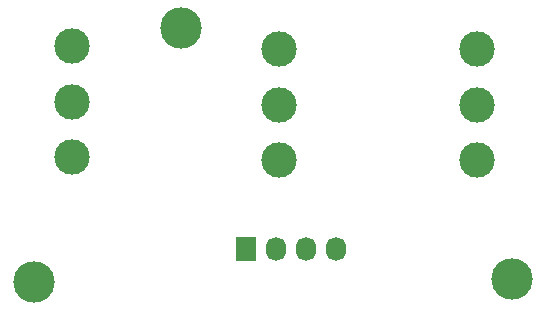
<source format=gbr>
G04 #@! TF.FileFunction,Copper,L2,Bot,Signal*
%FSLAX46Y46*%
G04 Gerber Fmt 4.6, Leading zero omitted, Abs format (unit mm)*
G04 Created by KiCad (PCBNEW 4.0.0-rc2-stable) date 2-4-2016 11:02:50*
%MOMM*%
G01*
G04 APERTURE LIST*
%ADD10C,0.100000*%
%ADD11C,3.500120*%
%ADD12R,1.727200X2.032000*%
%ADD13O,1.727200X2.032000*%
%ADD14C,2.997200*%
G04 APERTURE END LIST*
D10*
D11*
X57250000Y-38500000D03*
D12*
X34750000Y-36000000D03*
D13*
X37290000Y-36000000D03*
X39830000Y-36000000D03*
X42370000Y-36000000D03*
D14*
X54250000Y-28449000D03*
X54250000Y-23750000D03*
X54250000Y-19051000D03*
X20000000Y-28199000D03*
X20000000Y-23500000D03*
X20000000Y-18801000D03*
X37500000Y-28449000D03*
X37500000Y-23750000D03*
X37500000Y-19051000D03*
D11*
X16750000Y-38750000D03*
X29250000Y-17250000D03*
M02*

</source>
